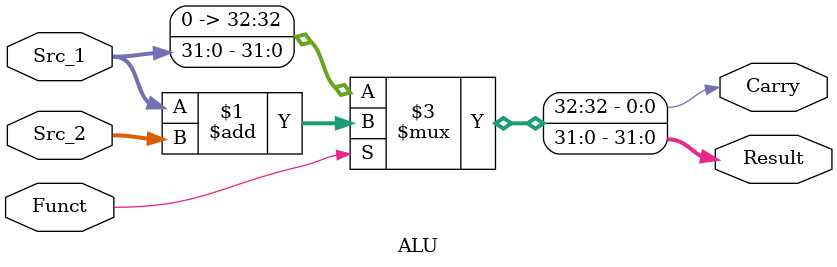
<source format=v>
module ALU(
    input [31:0] Src_1, //Product
    input [31:0] Src_2, //Multiplicand_out
    input Funct,
    output Carry,
    output [31:0] Result
); 
    // Assignment -----------------------------------------
    assign {Carry,Result} = (Funct)? Src_1 + Src_2 : Src_1;

endmodule
</source>
